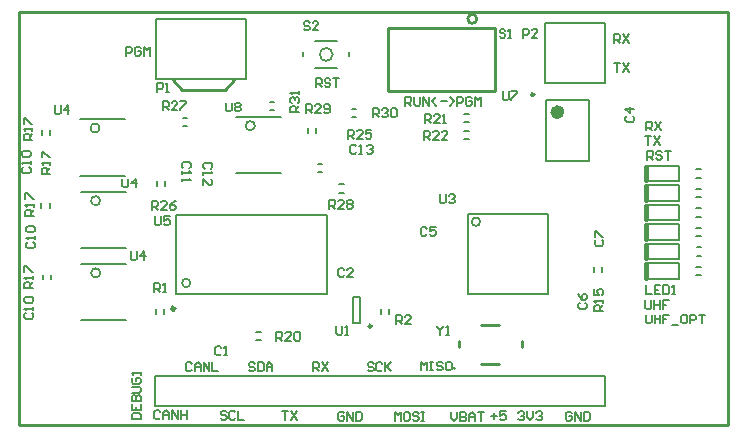
<source format=gto>
G04*
G04 #@! TF.GenerationSoftware,Altium Limited,Altium Designer,18.1.9 (240)*
G04*
G04 Layer_Color=65535*
%FSLAX44Y44*%
%MOMM*%
G71*
G01*
G75*
%ADD10C,0.2500*%
%ADD11C,0.6000*%
%ADD12C,0.1524*%
%ADD13C,0.2540*%
%ADD14C,0.2000*%
%ADD15C,0.0000*%
%ADD16C,0.3000*%
%ADD17C,0.2032*%
%ADD18C,0.4000*%
D10*
X298250Y83790D02*
G03*
X298250Y83790I-1250J0D01*
G01*
X435852Y280004D02*
G03*
X435852Y280004I-1250J0D01*
G01*
D11*
X458601Y265004D02*
G03*
X458601Y265004I-3000J0D01*
G01*
D12*
X68629Y128860D02*
G03*
X68629Y128860I-3877J0D01*
G01*
X390180Y172212D02*
G03*
X390180Y172212I-3592J0D01*
G01*
X199457Y253492D02*
G03*
X199457Y253492I-3877J0D01*
G01*
X68485Y189992D02*
G03*
X68485Y189992I-3877J0D01*
G01*
X67977Y251460D02*
G03*
X67977Y251460I-3877J0D01*
G01*
X380020Y178780D02*
X448020D01*
X380020Y110780D02*
Y178780D01*
Y110780D02*
X448020D01*
Y178780D01*
D13*
X387321Y343916D02*
G03*
X387321Y343916I-3810J0D01*
G01*
X312391Y282956D02*
X403069D01*
X312391Y336296D02*
X403069D01*
Y282956D02*
Y336296D01*
X312391Y282956D02*
Y336296D01*
X372110Y66040D02*
Y71120D01*
X391160Y52070D02*
X406400D01*
X425450Y66040D02*
Y71120D01*
X391160Y85090D02*
X406400D01*
X174000Y284000D02*
X182000Y292000D01*
X138000Y284000D02*
X174000D01*
X130100Y291900D02*
X138000Y284000D01*
X130000Y291900D02*
X130100D01*
X0Y0D02*
X600000D01*
X0D02*
Y350000D01*
X600000D01*
Y0D02*
Y350000D01*
D14*
X265342Y313810D02*
G03*
X265342Y313810I-5500J0D01*
G01*
X144948Y120272D02*
G03*
X144948Y120272I-3605J0D01*
G01*
X281464Y260494D02*
X285464D01*
X281464Y267494D02*
X285464D01*
X306126Y94012D02*
Y98012D01*
X313126Y94012D02*
Y98012D01*
X282750Y86790D02*
X288750D01*
X282750Y108790D02*
X288750D01*
Y86790D02*
Y108790D01*
X282750Y86790D02*
Y108790D01*
X115550Y94266D02*
Y98266D01*
X122550Y94266D02*
Y98266D01*
X200438Y78850D02*
X204438D01*
X200438Y71850D02*
X204438D01*
X376714Y249042D02*
X380714D01*
X376714Y242042D02*
X380714D01*
X376326Y263596D02*
X380326D01*
X376326Y256596D02*
X380326D01*
X445602Y224004D02*
Y275004D01*
X482602Y224004D02*
Y275004D01*
X445602D02*
X482602D01*
X445602Y224004D02*
X482602D01*
X115300Y16150D02*
X496300D01*
X134350Y41550D02*
X496300D01*
X115300D02*
X134350D01*
X115300Y16150D02*
Y41550D01*
X496300Y16150D02*
Y41550D01*
X445300Y340100D02*
X496100D01*
X445300Y289300D02*
Y340100D01*
X496100Y289300D02*
Y340100D01*
X445300Y289300D02*
X496100D01*
X240592Y312310D02*
Y315560D01*
X250342Y302310D02*
X269342D01*
X279092Y312310D02*
Y315560D01*
X250342Y325560D02*
X269342D01*
X211952Y266792D02*
X215952D01*
X211952Y273792D02*
X215952D01*
X244154Y247174D02*
Y251174D01*
X251154Y247174D02*
Y251174D01*
X252508Y213946D02*
X256508D01*
X252508Y220946D02*
X256508D01*
X270796Y196906D02*
X274796D01*
X270796Y203906D02*
X274796D01*
X138328Y260132D02*
X142328D01*
X138328Y253132D02*
X142328D01*
X116388Y202470D02*
Y206470D01*
X123388Y202470D02*
Y206470D01*
X493466Y129874D02*
Y133874D01*
X486466Y129874D02*
Y133874D01*
X572980Y176510D02*
X576980D01*
X572980Y183510D02*
X576980D01*
X572980Y193020D02*
X576980D01*
X572980Y200020D02*
X576980D01*
X572980Y209530D02*
X576980D01*
X572980Y216530D02*
X576980D01*
X572980Y160000D02*
X576980D01*
X572980Y167000D02*
X576980D01*
X573430Y143490D02*
X577430D01*
X573430Y150490D02*
X577430D01*
X573310Y126980D02*
X577310D01*
X573310Y133980D02*
X577310D01*
X25903Y245996D02*
Y249996D01*
X18903Y245996D02*
Y249996D01*
X132342Y111022D02*
Y177522D01*
X260342D01*
Y111022D02*
Y177522D01*
X132342Y111022D02*
X260342D01*
X18698Y184129D02*
Y188129D01*
X25698Y184129D02*
Y188129D01*
X19659Y123476D02*
Y127476D01*
X26659Y123476D02*
Y127476D01*
X142909Y292662D02*
X191592D01*
X115392D02*
X191592D01*
X115392Y343462D02*
X191592D01*
X115392Y292662D02*
Y343462D01*
X191592Y292662D02*
Y343462D01*
X530530Y170250D02*
X558780D01*
Y156750D02*
Y170250D01*
X530530Y156750D02*
X558780D01*
X530530Y153740D02*
X558780D01*
Y140240D02*
Y153740D01*
X530530Y140240D02*
X558780D01*
X530650Y137230D02*
X558900D01*
Y123730D02*
Y137230D01*
X530650Y123730D02*
X558900D01*
X530651Y203122D02*
X558901D01*
Y189622D02*
Y203122D01*
X530651Y189622D02*
X558901D01*
X530650Y186760D02*
X558900D01*
Y173260D02*
Y186760D01*
X530650Y173260D02*
X558900D01*
X530650Y219780D02*
X558900D01*
Y206280D02*
Y219780D01*
X530650Y206280D02*
X558900D01*
X503898Y306170D02*
X508896D01*
X506397D01*
Y298672D01*
X511396Y306170D02*
X516394Y298672D01*
Y306170D02*
X511396Y298672D01*
X250920Y286280D02*
Y293778D01*
X254669D01*
X255918Y292528D01*
Y290029D01*
X254669Y288779D01*
X250920D01*
X253419D02*
X255918Y286280D01*
X263416Y292528D02*
X262166Y293778D01*
X259667D01*
X258418Y292528D01*
Y291278D01*
X259667Y290029D01*
X262166D01*
X263416Y288779D01*
Y287530D01*
X262166Y286280D01*
X259667D01*
X258418Y287530D01*
X265915Y293778D02*
X270914D01*
X268414D01*
Y286280D01*
X503888Y323466D02*
Y330964D01*
X507637D01*
X508886Y329714D01*
Y327215D01*
X507637Y325965D01*
X503888D01*
X506387D02*
X508886Y323466D01*
X511386Y330964D02*
X516384Y323466D01*
Y330964D02*
X511386Y323466D01*
X326794Y270504D02*
Y278002D01*
X330543D01*
X331792Y276752D01*
Y274253D01*
X330543Y273003D01*
X326794D01*
X329293D02*
X331792Y270504D01*
X334292Y278002D02*
Y271754D01*
X335541Y270504D01*
X338040D01*
X339290Y271754D01*
Y278002D01*
X341789Y270504D02*
Y278002D01*
X346788Y270504D01*
Y278002D01*
X353036Y270504D02*
X349287Y274253D01*
X353036Y278002D01*
X356784Y274253D02*
X361783D01*
X364282Y270504D02*
X368031Y274253D01*
X364282Y278002D01*
X370530Y270504D02*
Y278002D01*
X374279D01*
X375528Y276752D01*
Y274253D01*
X374279Y273003D01*
X370530D01*
X383026Y276752D02*
X381776Y278002D01*
X379277D01*
X378028Y276752D01*
Y271754D01*
X379277Y270504D01*
X381776D01*
X383026Y271754D01*
Y274253D01*
X380527D01*
X385525Y270504D02*
Y278002D01*
X388024Y275502D01*
X390524Y278002D01*
Y270504D01*
X90392Y312896D02*
Y320394D01*
X94141D01*
X95390Y319144D01*
Y316645D01*
X94141Y315395D01*
X90392D01*
X102888Y319144D02*
X101638Y320394D01*
X99139D01*
X97890Y319144D01*
Y314146D01*
X99139Y312896D01*
X101638D01*
X102888Y314146D01*
Y316645D01*
X100389D01*
X105387Y312896D02*
Y320394D01*
X107886Y317894D01*
X110386Y320394D01*
Y312896D01*
X399510Y7937D02*
X404508D01*
X402009Y10436D02*
Y5438D01*
X412006Y11686D02*
X407008D01*
Y7937D01*
X409507Y9187D01*
X410756D01*
X412006Y7937D01*
Y5438D01*
X410756Y4188D01*
X408257D01*
X407008Y5438D01*
X11176Y241566D02*
X3678D01*
Y245315D01*
X4928Y246564D01*
X7427D01*
X8677Y245315D01*
Y241566D01*
Y244065D02*
X11176Y246564D01*
Y249064D02*
Y251563D01*
Y250313D01*
X3678D01*
X4928Y249064D01*
X3678Y255312D02*
Y260310D01*
X4928D01*
X9926Y255312D01*
X11176D01*
X299892Y51997D02*
X298643Y53247D01*
X296144D01*
X294894Y51997D01*
Y50748D01*
X296144Y49498D01*
X298643D01*
X299892Y48249D01*
Y46999D01*
X298643Y45750D01*
X296144D01*
X294894Y46999D01*
X307390Y51997D02*
X306140Y53247D01*
X303641D01*
X302392Y51997D01*
Y46999D01*
X303641Y45750D01*
X306140D01*
X307390Y46999D01*
X309889Y53247D02*
Y45750D01*
Y48249D01*
X314888Y53247D01*
X311139Y49498D01*
X314888Y45750D01*
X119333Y11217D02*
X118083Y12466D01*
X115584D01*
X114334Y11217D01*
Y6218D01*
X115584Y4969D01*
X118083D01*
X119333Y6218D01*
X121832Y4969D02*
Y9967D01*
X124331Y12466D01*
X126830Y9967D01*
Y4969D01*
Y8717D01*
X121832D01*
X129329Y4969D02*
Y12466D01*
X134328Y4969D01*
Y12466D01*
X136827D02*
Y4969D01*
Y8717D01*
X141825D01*
Y12466D01*
Y4969D01*
X145968Y52002D02*
X144719Y53251D01*
X142220D01*
X140970Y52002D01*
Y47003D01*
X142220Y45754D01*
X144719D01*
X145968Y47003D01*
X148468Y45754D02*
Y50752D01*
X150967Y53251D01*
X153466Y50752D01*
Y45754D01*
Y49503D01*
X148468D01*
X155965Y45754D02*
Y53251D01*
X160964Y45754D01*
Y53251D01*
X163463D02*
Y45754D01*
X168461D01*
X222758Y12078D02*
X227756D01*
X225257D01*
Y4580D01*
X230256Y12078D02*
X235254Y4580D01*
Y12078D02*
X230256Y4580D01*
X199308Y52004D02*
X198059Y53253D01*
X195560D01*
X194310Y52004D01*
Y50754D01*
X195560Y49505D01*
X198059D01*
X199308Y48255D01*
Y47006D01*
X198059Y45756D01*
X195560D01*
X194310Y47006D01*
X201808Y53253D02*
Y45756D01*
X205556D01*
X206806Y47006D01*
Y52004D01*
X205556Y53253D01*
X201808D01*
X209305Y45756D02*
Y50754D01*
X211804Y53253D01*
X214304Y50754D01*
Y45756D01*
Y49505D01*
X209305D01*
X422656Y10509D02*
X423906Y11759D01*
X426405D01*
X427654Y10509D01*
Y9259D01*
X426405Y8010D01*
X425155D01*
X426405D01*
X427654Y6760D01*
Y5511D01*
X426405Y4261D01*
X423906D01*
X422656Y5511D01*
X430154Y11759D02*
Y6760D01*
X432653Y4261D01*
X435152Y6760D01*
Y11759D01*
X437651Y10509D02*
X438901Y11759D01*
X441400D01*
X442650Y10509D01*
Y9259D01*
X441400Y8010D01*
X440150D01*
X441400D01*
X442650Y6760D01*
Y5511D01*
X441400Y4261D01*
X438901D01*
X437651Y5511D01*
X175432Y10856D02*
X174183Y12106D01*
X171684D01*
X170434Y10856D01*
Y9607D01*
X171684Y8357D01*
X174183D01*
X175432Y7107D01*
Y5858D01*
X174183Y4608D01*
X171684D01*
X170434Y5858D01*
X182930Y10856D02*
X181680Y12106D01*
X179181D01*
X177932Y10856D01*
Y5858D01*
X179181Y4608D01*
X181680D01*
X182930Y5858D01*
X185429Y12106D02*
Y4608D01*
X190428D01*
X248666Y45502D02*
Y52999D01*
X252415D01*
X253664Y51750D01*
Y49251D01*
X252415Y48001D01*
X248666D01*
X251165D02*
X253664Y45502D01*
X256164Y52999D02*
X261162Y45502D01*
Y52999D02*
X256164Y45502D01*
X318008Y3545D02*
Y11042D01*
X320507Y8543D01*
X323006Y11042D01*
Y3545D01*
X329254Y11042D02*
X326755D01*
X325506Y9793D01*
Y4795D01*
X326755Y3545D01*
X329254D01*
X330504Y4795D01*
Y9793D01*
X329254Y11042D01*
X338002Y9793D02*
X336752Y11042D01*
X334253D01*
X333003Y9793D01*
Y8543D01*
X334253Y7294D01*
X336752D01*
X338002Y6044D01*
Y4795D01*
X336752Y3545D01*
X334253D01*
X333003Y4795D01*
X340501Y11042D02*
X343000D01*
X341750D01*
Y3545D01*
X340501D01*
X343000D01*
X339852Y46231D02*
Y53729D01*
X342351Y51230D01*
X344850Y53729D01*
Y46231D01*
X347350Y53729D02*
X349849D01*
X348599D01*
Y46231D01*
X347350D01*
X349849D01*
X358596Y52479D02*
X357346Y53729D01*
X354847D01*
X353598Y52479D01*
Y51230D01*
X354847Y49980D01*
X357346D01*
X358596Y48731D01*
Y47481D01*
X357346Y46231D01*
X354847D01*
X353598Y47481D01*
X364844Y53729D02*
X362345D01*
X361095Y52479D01*
Y47481D01*
X362345Y46231D01*
X364844D01*
X366094Y47481D01*
Y52479D01*
X364844Y53729D01*
X275000Y9840D02*
X273751Y11089D01*
X271252D01*
X270002Y9840D01*
Y4841D01*
X271252Y3592D01*
X273751D01*
X275000Y4841D01*
Y7340D01*
X272501D01*
X277500Y3592D02*
Y11089D01*
X282498Y3592D01*
Y11089D01*
X284997D02*
Y3592D01*
X288746D01*
X289996Y4841D01*
Y9840D01*
X288746Y11089D01*
X284997D01*
X365760Y10956D02*
Y5957D01*
X368259Y3458D01*
X370758Y5957D01*
Y10956D01*
X373258D02*
Y3458D01*
X377006D01*
X378256Y4708D01*
Y5957D01*
X377006Y7207D01*
X373258D01*
X377006D01*
X378256Y8457D01*
Y9706D01*
X377006Y10956D01*
X373258D01*
X380755Y3458D02*
Y8457D01*
X383254Y10956D01*
X385754Y8457D01*
Y3458D01*
Y7207D01*
X380755D01*
X388253Y10956D02*
X393251D01*
X390752D01*
Y3458D01*
X467786Y10002D02*
X466537Y11252D01*
X464038D01*
X462788Y10002D01*
Y5004D01*
X464038Y3755D01*
X466537D01*
X467786Y5004D01*
Y7503D01*
X465287D01*
X470286Y3755D02*
Y11252D01*
X475284Y3755D01*
Y11252D01*
X477783D02*
Y3755D01*
X481532D01*
X482782Y5004D01*
Y10002D01*
X481532Y11252D01*
X477783D01*
X530098Y105796D02*
Y99548D01*
X531348Y98298D01*
X533847D01*
X535096Y99548D01*
Y105796D01*
X537596D02*
Y98298D01*
Y102047D01*
X542594D01*
Y105796D01*
Y98298D01*
X550092Y105796D02*
X545093D01*
Y102047D01*
X547592D01*
X545093D01*
Y98298D01*
X530352Y93604D02*
Y87356D01*
X531602Y86106D01*
X534101D01*
X535350Y87356D01*
Y93604D01*
X537850D02*
Y86106D01*
Y89855D01*
X542848D01*
Y93604D01*
Y86106D01*
X550346Y93604D02*
X545347D01*
Y89855D01*
X547846D01*
X545347D01*
Y86106D01*
X552845Y84856D02*
X557843D01*
X564091Y93604D02*
X561592D01*
X560342Y92354D01*
Y87356D01*
X561592Y86106D01*
X564091D01*
X565341Y87356D01*
Y92354D01*
X564091Y93604D01*
X567840Y86106D02*
Y93604D01*
X571589D01*
X572838Y92354D01*
Y89855D01*
X571589Y88605D01*
X567840D01*
X575338Y93604D02*
X580336D01*
X577837D01*
Y86106D01*
X530352Y118496D02*
Y110998D01*
X535350D01*
X542848Y118496D02*
X537850D01*
Y110998D01*
X542848D01*
X537850Y114747D02*
X540349D01*
X545347Y118496D02*
Y110998D01*
X549096D01*
X550346Y112248D01*
Y117246D01*
X549096Y118496D01*
X545347D01*
X552845Y110998D02*
X555344D01*
X554094D01*
Y118496D01*
X552845Y117246D01*
X530840Y249428D02*
Y256926D01*
X534589D01*
X535838Y255676D01*
Y253177D01*
X534589Y251927D01*
X530840D01*
X533339D02*
X535838Y249428D01*
X538338Y256926D02*
X543336Y249428D01*
Y256926D02*
X538338Y249428D01*
X530098Y244480D02*
X535096D01*
X532597D01*
Y236982D01*
X537596Y244480D02*
X542594Y236982D01*
Y244480D02*
X537596Y236982D01*
X531622Y224790D02*
Y232288D01*
X535371D01*
X536620Y231038D01*
Y228539D01*
X535371Y227289D01*
X531622D01*
X534121D02*
X536620Y224790D01*
X544118Y231038D02*
X542868Y232288D01*
X540369D01*
X539120Y231038D01*
Y229788D01*
X540369Y228539D01*
X542868D01*
X544118Y227289D01*
Y226040D01*
X542868Y224790D01*
X540369D01*
X539120Y226040D01*
X546617Y232288D02*
X551616D01*
X549116D01*
Y224790D01*
X299466Y260604D02*
Y268102D01*
X303215D01*
X304464Y266852D01*
Y264353D01*
X303215Y263103D01*
X299466D01*
X301965D02*
X304464Y260604D01*
X306964Y266852D02*
X308213Y268102D01*
X310712D01*
X311962Y266852D01*
Y265602D01*
X310712Y264353D01*
X309463D01*
X310712D01*
X311962Y263103D01*
Y261854D01*
X310712Y260604D01*
X308213D01*
X306964Y261854D01*
X314461Y266852D02*
X315711Y268102D01*
X318210D01*
X319460Y266852D01*
Y261854D01*
X318210Y260604D01*
X315711D01*
X314461Y261854D01*
Y266852D01*
X514452Y261630D02*
X513202Y260381D01*
Y257882D01*
X514452Y256632D01*
X519450D01*
X520700Y257882D01*
Y260381D01*
X519450Y261630D01*
X520700Y267878D02*
X513202D01*
X516951Y264130D01*
Y269128D01*
X94488Y147198D02*
Y140950D01*
X95738Y139700D01*
X98237D01*
X99486Y140950D01*
Y147198D01*
X105734Y139700D02*
Y147198D01*
X101986Y143449D01*
X106984D01*
X3404Y218444D02*
X2154Y217195D01*
Y214696D01*
X3404Y213446D01*
X8402D01*
X9652Y214696D01*
Y217195D01*
X8402Y218444D01*
X9652Y220944D02*
Y223443D01*
Y222193D01*
X2154D01*
X3404Y220944D01*
Y227192D02*
X2154Y228441D01*
Y230940D01*
X3404Y232190D01*
X8402D01*
X9652Y230940D01*
Y228441D01*
X8402Y227192D01*
X3404D01*
X95420Y5080D02*
X102918D01*
Y8829D01*
X101668Y10078D01*
X96670D01*
X95420Y8829D01*
Y5080D01*
Y17576D02*
Y12578D01*
X102918D01*
Y17576D01*
X99169Y12578D02*
Y15077D01*
X95420Y20075D02*
X102918D01*
Y23824D01*
X101668Y25074D01*
X100419D01*
X99169Y23824D01*
Y20075D01*
Y23824D01*
X97920Y25074D01*
X96670D01*
X95420Y23824D01*
Y20075D01*
Y27573D02*
X101668D01*
X102918Y28822D01*
Y31322D01*
X101668Y32571D01*
X95420D01*
X96670Y40069D02*
X95420Y38819D01*
Y36320D01*
X96670Y35070D01*
X101668D01*
X102918Y36320D01*
Y38819D01*
X101668Y40069D01*
X99169D01*
Y37570D01*
X102918Y42568D02*
Y45067D01*
Y43818D01*
X95420D01*
X96670Y42568D01*
X356108Y195458D02*
Y189210D01*
X357358Y187960D01*
X359857D01*
X361106Y189210D01*
Y195458D01*
X363606Y194208D02*
X364855Y195458D01*
X367354D01*
X368604Y194208D01*
Y192958D01*
X367354Y191709D01*
X366105D01*
X367354D01*
X368604Y190459D01*
Y189210D01*
X367354Y187960D01*
X364855D01*
X363606Y189210D01*
X411624Y334075D02*
X410374Y335324D01*
X407875D01*
X406625Y334075D01*
Y332825D01*
X407875Y331575D01*
X410374D01*
X411624Y330326D01*
Y329076D01*
X410374Y327826D01*
X407875D01*
X406625Y329076D01*
X414123Y327826D02*
X416622D01*
X415373D01*
Y335324D01*
X414123Y334075D01*
X268478Y83952D02*
Y77704D01*
X269728Y76454D01*
X272227D01*
X273476Y77704D01*
Y83952D01*
X275976Y76454D02*
X278475D01*
X277225D01*
Y83952D01*
X275976Y82702D01*
X319024Y85344D02*
Y92842D01*
X322773D01*
X324022Y91592D01*
Y89093D01*
X322773Y87843D01*
X319024D01*
X321523D02*
X324022Y85344D01*
X331520D02*
X326522D01*
X331520Y90342D01*
Y91592D01*
X330270Y92842D01*
X327771D01*
X326522Y91592D01*
X114388Y112522D02*
Y120020D01*
X118137D01*
X119386Y118770D01*
Y116271D01*
X118137Y115021D01*
X114388D01*
X116887D02*
X119386Y112522D01*
X121886D02*
X124385D01*
X123135D01*
Y120020D01*
X121886Y118770D01*
X275254Y131724D02*
X274005Y132974D01*
X271506D01*
X270256Y131724D01*
Y126726D01*
X271506Y125476D01*
X274005D01*
X275254Y126726D01*
X282752Y125476D02*
X277754D01*
X282752Y130474D01*
Y131724D01*
X281502Y132974D01*
X279003D01*
X277754Y131724D01*
X171114Y65430D02*
X169865Y66680D01*
X167366D01*
X166116Y65430D01*
Y60432D01*
X167366Y59182D01*
X169865D01*
X171114Y60432D01*
X173614Y59182D02*
X176113D01*
X174863D01*
Y66680D01*
X173614Y65430D01*
X343393Y255835D02*
Y263333D01*
X347141D01*
X348391Y262083D01*
Y259584D01*
X347141Y258335D01*
X343393D01*
X345892D02*
X348391Y255835D01*
X355889D02*
X350890D01*
X355889Y260834D01*
Y262083D01*
X354639Y263333D01*
X352140D01*
X350890Y262083D01*
X358388Y255835D02*
X360887D01*
X359637D01*
Y263333D01*
X358388Y262083D01*
X342470Y241658D02*
Y249156D01*
X346219D01*
X347468Y247906D01*
Y245407D01*
X346219Y244157D01*
X342470D01*
X344969D02*
X347468Y241658D01*
X354966D02*
X349968D01*
X354966Y246656D01*
Y247906D01*
X353716Y249156D01*
X351217D01*
X349968Y247906D01*
X362464Y241658D02*
X357465D01*
X362464Y246656D01*
Y247906D01*
X361214Y249156D01*
X358715D01*
X357465Y247906D01*
X26361Y212848D02*
X18864D01*
Y216597D01*
X20113Y217846D01*
X22612D01*
X23862Y216597D01*
Y212848D01*
Y215347D02*
X26361Y217846D01*
Y220346D02*
Y222845D01*
Y221595D01*
X18864D01*
X20113Y220346D01*
X18864Y226594D02*
Y231592D01*
X20113D01*
X25112Y226594D01*
X26361D01*
X114808Y176916D02*
Y170668D01*
X116058Y169418D01*
X118557D01*
X119806Y170668D01*
Y176916D01*
X127304D02*
X122306D01*
Y173167D01*
X124805Y174416D01*
X126054D01*
X127304Y173167D01*
Y170668D01*
X126054Y169418D01*
X123555D01*
X122306Y170668D01*
X409194Y282492D02*
Y276244D01*
X410444Y274994D01*
X412943D01*
X414192Y276244D01*
Y282492D01*
X416692D02*
X421690D01*
Y281242D01*
X416692Y276244D01*
Y274994D01*
X87300Y208742D02*
Y202494D01*
X88550Y201244D01*
X91049D01*
X92298Y202494D01*
Y208742D01*
X98546Y201244D02*
Y208742D01*
X94798Y204993D01*
X99796D01*
X29972Y270896D02*
Y264648D01*
X31222Y263398D01*
X33721D01*
X34970Y264648D01*
Y270896D01*
X41218Y263398D02*
Y270896D01*
X37470Y267147D01*
X42468D01*
X11684Y115824D02*
X4186D01*
Y119573D01*
X5436Y120822D01*
X7935D01*
X9185Y119573D01*
Y115824D01*
Y118323D02*
X11684Y120822D01*
Y123322D02*
Y125821D01*
Y124571D01*
X4186D01*
X5436Y123322D01*
X4186Y129570D02*
Y134568D01*
X5436D01*
X10434Y129570D01*
X11684D01*
X12700Y177358D02*
X5202D01*
Y181107D01*
X6452Y182356D01*
X8951D01*
X10201Y181107D01*
Y177358D01*
Y179857D02*
X12700Y182356D01*
Y184856D02*
Y187355D01*
Y186105D01*
X5202D01*
X6452Y184856D01*
X5202Y191104D02*
Y196102D01*
X6452D01*
X11450Y191104D01*
X12700D01*
X5436Y94914D02*
X4186Y93665D01*
Y91166D01*
X5436Y89916D01*
X10434D01*
X11684Y91166D01*
Y93665D01*
X10434Y94914D01*
X11684Y97414D02*
Y99913D01*
Y98663D01*
X4186D01*
X5436Y97414D01*
Y103662D02*
X4186Y104911D01*
Y107410D01*
X5436Y108660D01*
X10434D01*
X11684Y107410D01*
Y104911D01*
X10434Y103662D01*
X5436D01*
X6960Y154734D02*
X5710Y153485D01*
Y150986D01*
X6960Y149736D01*
X11958D01*
X13208Y150986D01*
Y153485D01*
X11958Y154734D01*
X13208Y157234D02*
Y159733D01*
Y158483D01*
X5710D01*
X6960Y157234D01*
Y163482D02*
X5710Y164731D01*
Y167230D01*
X6960Y168480D01*
X11958D01*
X13208Y167230D01*
Y164731D01*
X11958Y163482D01*
X6960D01*
X353822Y83952D02*
Y82702D01*
X356321Y80203D01*
X358820Y82702D01*
Y83952D01*
X356321Y80203D02*
Y76454D01*
X361320D02*
X363819D01*
X362569D01*
Y83952D01*
X361320Y82702D01*
X175006Y273094D02*
Y266846D01*
X176256Y265596D01*
X178755D01*
X180004Y266846D01*
Y273094D01*
X182504Y271844D02*
X183753Y273094D01*
X186252D01*
X187502Y271844D01*
Y270594D01*
X186252Y269345D01*
X187502Y268095D01*
Y266846D01*
X186252Y265596D01*
X183753D01*
X182504Y266846D01*
Y268095D01*
X183753Y269345D01*
X182504Y270594D01*
Y271844D01*
X183753Y269345D02*
X186252D01*
X245790Y340766D02*
X244541Y342016D01*
X242042D01*
X240792Y340766D01*
Y339516D01*
X242042Y338267D01*
X244541D01*
X245790Y337017D01*
Y335768D01*
X244541Y334518D01*
X242042D01*
X240792Y335768D01*
X253288Y334518D02*
X248290D01*
X253288Y339516D01*
Y340766D01*
X252038Y342016D01*
X249539D01*
X248290Y340766D01*
X217678Y71374D02*
Y78872D01*
X221427D01*
X222676Y77622D01*
Y75123D01*
X221427Y73873D01*
X217678D01*
X220177D02*
X222676Y71374D01*
X230174D02*
X225176D01*
X230174Y76372D01*
Y77622D01*
X228924Y78872D01*
X226425D01*
X225176Y77622D01*
X232673D02*
X233923Y78872D01*
X236422D01*
X237672Y77622D01*
Y72624D01*
X236422Y71374D01*
X233923D01*
X232673Y72624D01*
Y77622D01*
X494284Y96266D02*
X486786D01*
Y100015D01*
X488036Y101264D01*
X490535D01*
X491785Y100015D01*
Y96266D01*
Y98765D02*
X494284Y101264D01*
Y103764D02*
Y106263D01*
Y105013D01*
X486786D01*
X488036Y103764D01*
X486786Y115010D02*
Y110012D01*
X490535D01*
X489286Y112511D01*
Y113760D01*
X490535Y115010D01*
X493034D01*
X494284Y113760D01*
Y111261D01*
X493034Y110012D01*
X236982Y265004D02*
X229484D01*
Y268753D01*
X230734Y270002D01*
X233233D01*
X234483Y268753D01*
Y265004D01*
Y267503D02*
X236982Y270002D01*
X230734Y272502D02*
X229484Y273751D01*
Y276250D01*
X230734Y277500D01*
X231984D01*
X233233Y276250D01*
Y275001D01*
Y276250D01*
X234483Y277500D01*
X235732D01*
X236982Y276250D01*
Y273751D01*
X235732Y272502D01*
X236982Y279999D02*
Y282498D01*
Y281249D01*
X229484D01*
X230734Y279999D01*
X242824Y263994D02*
Y271492D01*
X246573D01*
X247822Y270242D01*
Y267743D01*
X246573Y266493D01*
X242824D01*
X245323D02*
X247822Y263994D01*
X255320D02*
X250322D01*
X255320Y268992D01*
Y270242D01*
X254070Y271492D01*
X251571D01*
X250322Y270242D01*
X257819Y265244D02*
X259069Y263994D01*
X261568D01*
X262818Y265244D01*
Y270242D01*
X261568Y271492D01*
X259069D01*
X257819Y270242D01*
Y268992D01*
X259069Y267743D01*
X262818D01*
X262382Y183134D02*
Y190632D01*
X266131D01*
X267380Y189382D01*
Y186883D01*
X266131Y185633D01*
X262382D01*
X264881D02*
X267380Y183134D01*
X274878D02*
X269880D01*
X274878Y188132D01*
Y189382D01*
X273628Y190632D01*
X271129D01*
X269880Y189382D01*
X277377D02*
X278627Y190632D01*
X281126D01*
X282376Y189382D01*
Y188132D01*
X281126Y186883D01*
X282376Y185633D01*
Y184384D01*
X281126Y183134D01*
X278627D01*
X277377Y184384D01*
Y185633D01*
X278627Y186883D01*
X277377Y188132D01*
Y189382D01*
X278627Y186883D02*
X281126D01*
X121412Y266700D02*
Y274198D01*
X125161D01*
X126410Y272948D01*
Y270449D01*
X125161Y269199D01*
X121412D01*
X123911D02*
X126410Y266700D01*
X133908D02*
X128910D01*
X133908Y271698D01*
Y272948D01*
X132658Y274198D01*
X130159D01*
X128910Y272948D01*
X136407Y274198D02*
X141406D01*
Y272948D01*
X136407Y267950D01*
Y266700D01*
X112268Y182372D02*
Y189870D01*
X116017D01*
X117266Y188620D01*
Y186121D01*
X116017Y184871D01*
X112268D01*
X114767D02*
X117266Y182372D01*
X124764D02*
X119766D01*
X124764Y187370D01*
Y188620D01*
X123514Y189870D01*
X121015D01*
X119766Y188620D01*
X132262Y189870D02*
X129762Y188620D01*
X127263Y186121D01*
Y183622D01*
X128513Y182372D01*
X131012D01*
X132262Y183622D01*
Y184871D01*
X131012Y186121D01*
X127263D01*
X278130Y242570D02*
Y250068D01*
X281879D01*
X283128Y248818D01*
Y246319D01*
X281879Y245069D01*
X278130D01*
X280629D02*
X283128Y242570D01*
X290626D02*
X285628D01*
X290626Y247568D01*
Y248818D01*
X289376Y250068D01*
X286877D01*
X285628Y248818D01*
X298124Y250068D02*
X293125D01*
Y246319D01*
X295624Y247568D01*
X296874D01*
X298124Y246319D01*
Y243820D01*
X296874Y242570D01*
X294375D01*
X293125Y243820D01*
X426200Y328020D02*
Y335518D01*
X429949D01*
X431198Y334268D01*
Y331769D01*
X429949Y330519D01*
X426200D01*
X438696Y328020D02*
X433698D01*
X438696Y333018D01*
Y334268D01*
X437446Y335518D01*
X434947D01*
X433698Y334268D01*
X116676Y282199D02*
Y289696D01*
X120425D01*
X121674Y288447D01*
Y285947D01*
X120425Y284698D01*
X116676D01*
X124174Y282199D02*
X126673D01*
X125423D01*
Y289696D01*
X124174Y288447D01*
X488302Y156845D02*
X487052Y155595D01*
Y153096D01*
X488302Y151846D01*
X493300D01*
X494550Y153096D01*
Y155595D01*
X493300Y156845D01*
X487052Y159344D02*
Y164342D01*
X488302D01*
X493300Y159344D01*
X494550D01*
X474320Y103530D02*
X473070Y102281D01*
Y99781D01*
X474320Y98532D01*
X479318D01*
X480568Y99781D01*
Y102281D01*
X479318Y103530D01*
X473070Y111028D02*
X474320Y108528D01*
X476819Y106029D01*
X479318D01*
X480568Y107279D01*
Y109778D01*
X479318Y111028D01*
X478069D01*
X476819Y109778D01*
Y106029D01*
X345104Y166429D02*
X343855Y167679D01*
X341356D01*
X340106Y166429D01*
Y161431D01*
X341356Y160181D01*
X343855D01*
X345104Y161431D01*
X352602Y167679D02*
X347604D01*
Y163930D01*
X350103Y165180D01*
X351352D01*
X352602Y163930D01*
Y161431D01*
X351352Y160181D01*
X348853D01*
X347604Y161431D01*
X285414Y236118D02*
X284165Y237368D01*
X281666D01*
X280416Y236118D01*
Y231120D01*
X281666Y229870D01*
X284165D01*
X285414Y231120D01*
X287914Y229870D02*
X290413D01*
X289163D01*
Y237368D01*
X287914Y236118D01*
X294162D02*
X295411Y237368D01*
X297910D01*
X299160Y236118D01*
Y234868D01*
X297910Y233619D01*
X296661D01*
X297910D01*
X299160Y232369D01*
Y231120D01*
X297910Y229870D01*
X295411D01*
X294162Y231120D01*
X161950Y216994D02*
X163200Y218243D01*
Y220742D01*
X161950Y221992D01*
X156952D01*
X155702Y220742D01*
Y218243D01*
X156952Y216994D01*
X155702Y214494D02*
Y211995D01*
Y213245D01*
X163200D01*
X161950Y214494D01*
X155702Y203248D02*
Y208246D01*
X160700Y203248D01*
X161950D01*
X163200Y204498D01*
Y206997D01*
X161950Y208246D01*
X143780Y217506D02*
X145030Y218755D01*
Y221254D01*
X143780Y222504D01*
X138782D01*
X137532Y221254D01*
Y218755D01*
X138782Y217506D01*
X137532Y215006D02*
Y212507D01*
Y213757D01*
X145030D01*
X143780Y215006D01*
X137532Y208758D02*
Y206259D01*
Y207509D01*
X145030D01*
X143780Y208758D01*
D15*
X369280Y48080D02*
G03*
X369280Y48080I-1000J0D01*
G01*
D16*
X131802Y98552D02*
G03*
X131802Y98552I-1500J0D01*
G01*
D17*
X52356Y136604D02*
X57356D01*
X90356D01*
X52356Y88604D02*
X57356D01*
X90356D01*
X188184Y213236D02*
X221184D01*
X183184D02*
X188184D01*
Y261236D02*
X221184D01*
X183184D02*
X188184D01*
X57212Y149736D02*
X90212D01*
X52212D02*
X57212D01*
Y197736D02*
X90212D01*
X52212D02*
X57212D01*
X56704Y211204D02*
X89704D01*
X51704D02*
X56704D01*
Y259204D02*
X89704D01*
X51704D02*
X56704D01*
D18*
X530780Y157750D02*
Y169250D01*
Y141240D02*
Y152740D01*
X530900Y124730D02*
Y136230D01*
X530901Y190622D02*
Y202122D01*
X530900Y174260D02*
Y185760D01*
Y207280D02*
Y218780D01*
M02*

</source>
